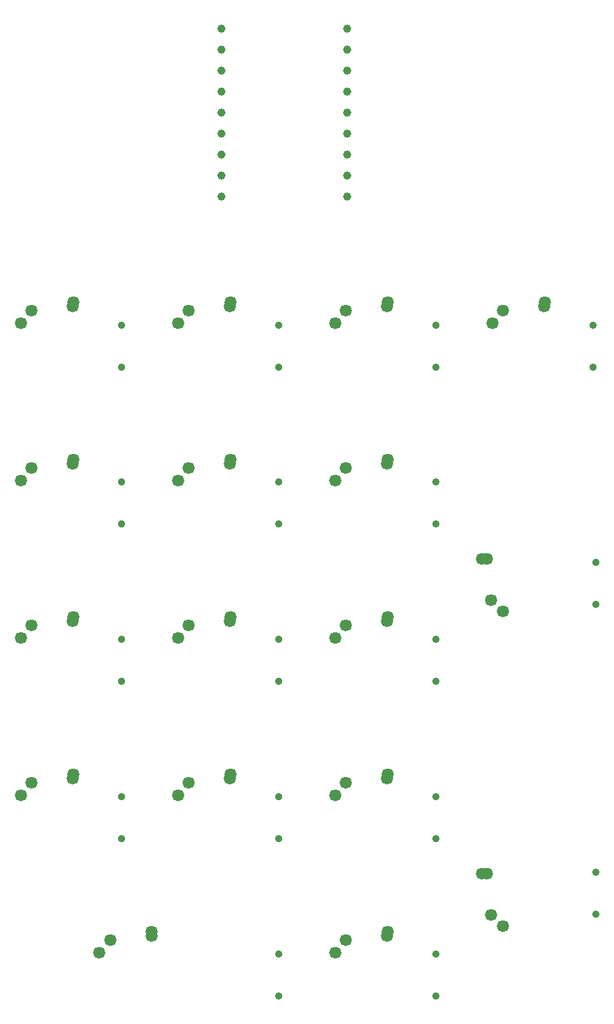
<source format=gbr>
%TF.GenerationSoftware,KiCad,Pcbnew,7.0.1*%
%TF.CreationDate,2023-10-11T20:02:25-04:00*%
%TF.ProjectId,keyboard,6b657962-6f61-4726-942e-6b696361645f,rev?*%
%TF.SameCoordinates,Original*%
%TF.FileFunction,Plated,1,2,PTH,Drill*%
%TF.FilePolarity,Positive*%
%FSLAX46Y46*%
G04 Gerber Fmt 4.6, Leading zero omitted, Abs format (unit mm)*
G04 Created by KiCad (PCBNEW 7.0.1) date 2023-10-11 20:02:25*
%MOMM*%
%LPD*%
G01*
G04 APERTURE LIST*
%TA.AperFunction,ComponentDrill*%
%ADD10C,0.900000*%
%TD*%
%TA.AperFunction,ComponentDrill*%
%ADD11C,1.000000*%
%TD*%
%TA.AperFunction,ComponentDrill*%
%ADD12C,1.470000*%
%TD*%
G04 APERTURE END LIST*
D10*
%TO.C,D_0*%
X279950000Y-141920000D03*
X279950000Y-147000000D03*
%TO.C,D_4*%
X279950000Y-160880000D03*
X279950000Y-165960000D03*
%TO.C,D_8*%
X279950000Y-179930000D03*
X279950000Y-185010000D03*
%TO.C,D_11*%
X279950000Y-198980000D03*
X279950000Y-204060000D03*
%TO.C,D_1*%
X299000000Y-141920000D03*
X299000000Y-147000000D03*
%TO.C,D_5*%
X299000000Y-160880000D03*
X299000000Y-165960000D03*
%TO.C,D_9*%
X299000000Y-179930000D03*
X299000000Y-185010000D03*
%TO.C,D_12*%
X299000000Y-198980000D03*
X299000000Y-204060000D03*
%TO.C,D_15*%
X299000000Y-218030000D03*
X299000000Y-223110000D03*
%TO.C,D_2*%
X318050000Y-141920000D03*
X318050000Y-147000000D03*
%TO.C,D_6*%
X318050000Y-160880000D03*
X318050000Y-165960000D03*
%TO.C,D_10*%
X318050000Y-179930000D03*
X318050000Y-185010000D03*
%TO.C,D_13*%
X318050000Y-198980000D03*
X318050000Y-204060000D03*
%TO.C,D_16*%
X318050000Y-218030000D03*
X318050000Y-223110000D03*
%TO.C,D_3*%
X337100000Y-141925000D03*
X337100000Y-147005000D03*
%TO.C,D_7*%
X337440000Y-170650000D03*
X337440000Y-175730000D03*
%TO.C,D_14*%
X337440000Y-208150000D03*
X337440000Y-213230000D03*
D11*
%TO.C,J3*%
X292000000Y-106000000D03*
X292000000Y-108540000D03*
X292000000Y-111080000D03*
X292000000Y-113620000D03*
X292000000Y-116160000D03*
X292000000Y-118700000D03*
X292000000Y-121240000D03*
X292000000Y-123780000D03*
X292000000Y-126320000D03*
%TO.C,J4*%
X307250000Y-106000000D03*
X307250000Y-108540000D03*
X307250000Y-111080000D03*
X307250000Y-113620000D03*
X307250000Y-116160000D03*
X307250000Y-118700000D03*
X307250000Y-121240000D03*
X307250000Y-123780000D03*
X307250000Y-126320000D03*
D12*
%TO.C,K_0*%
X267700000Y-141640000D03*
%TO.C,K_4*%
X267700000Y-160690000D03*
%TO.C,K_8*%
X267700000Y-179740000D03*
%TO.C,K_11*%
X267700000Y-198790000D03*
%TO.C,K_0*%
X269010000Y-140180000D03*
%TO.C,K_4*%
X269010000Y-159230000D03*
%TO.C,K_8*%
X269010000Y-178280000D03*
%TO.C,K_11*%
X269010000Y-197330000D03*
%TO.C,K_0*%
X274010000Y-139680000D03*
%TO.C,K_4*%
X274010000Y-158730000D03*
%TO.C,K_8*%
X274010000Y-177780000D03*
%TO.C,K_11*%
X274010000Y-196830000D03*
%TO.C,K_0*%
X274050000Y-139100000D03*
%TO.C,K_4*%
X274050000Y-158150000D03*
%TO.C,K_8*%
X274050000Y-177200000D03*
%TO.C,K_11*%
X274050000Y-196250000D03*
%TO.C,K_15*%
X277225000Y-217840000D03*
X278535000Y-216380000D03*
X283535000Y-215880000D03*
X283575000Y-215300000D03*
%TO.C,K_1*%
X286750000Y-141640000D03*
%TO.C,K_5*%
X286750000Y-160690000D03*
%TO.C,K_9*%
X286750000Y-179740000D03*
%TO.C,K_12*%
X286750000Y-198790000D03*
%TO.C,K_1*%
X288060000Y-140180000D03*
%TO.C,K_5*%
X288060000Y-159230000D03*
%TO.C,K_9*%
X288060000Y-178280000D03*
%TO.C,K_12*%
X288060000Y-197330000D03*
%TO.C,K_1*%
X293060000Y-139680000D03*
%TO.C,K_5*%
X293060000Y-158730000D03*
%TO.C,K_9*%
X293060000Y-177780000D03*
%TO.C,K_12*%
X293060000Y-196830000D03*
%TO.C,K_1*%
X293100000Y-139100000D03*
%TO.C,K_5*%
X293100000Y-158150000D03*
%TO.C,K_9*%
X293100000Y-177200000D03*
%TO.C,K_12*%
X293100000Y-196250000D03*
%TO.C,K_2*%
X305800000Y-141640000D03*
%TO.C,K_6*%
X305800000Y-160690000D03*
%TO.C,K_10*%
X305800000Y-179740000D03*
%TO.C,K_13*%
X305800000Y-198790000D03*
%TO.C,K_16*%
X305800000Y-217840000D03*
%TO.C,K_2*%
X307110000Y-140180000D03*
%TO.C,K_6*%
X307110000Y-159230000D03*
%TO.C,K_10*%
X307110000Y-178280000D03*
%TO.C,K_13*%
X307110000Y-197330000D03*
%TO.C,K_16*%
X307110000Y-216380000D03*
%TO.C,K_2*%
X312110000Y-139680000D03*
%TO.C,K_6*%
X312110000Y-158730000D03*
%TO.C,K_10*%
X312110000Y-177780000D03*
%TO.C,K_13*%
X312110000Y-196830000D03*
%TO.C,K_16*%
X312110000Y-215880000D03*
%TO.C,K_2*%
X312150000Y-139100000D03*
%TO.C,K_6*%
X312150000Y-158150000D03*
%TO.C,K_10*%
X312150000Y-177200000D03*
%TO.C,K_13*%
X312150000Y-196250000D03*
%TO.C,K_16*%
X312150000Y-215300000D03*
%TO.C,K_7*%
X323605000Y-170198000D03*
%TO.C,K_14*%
X323605000Y-208298000D03*
%TO.C,K_7*%
X324185000Y-170238000D03*
%TO.C,K_14*%
X324185000Y-208338000D03*
%TO.C,K_7*%
X324685000Y-175238000D03*
%TO.C,K_14*%
X324685000Y-213338000D03*
%TO.C,K_3*%
X324850000Y-141640000D03*
%TO.C,K_7*%
X326145000Y-176548000D03*
%TO.C,K_14*%
X326145000Y-214648000D03*
%TO.C,K_3*%
X326160000Y-140180000D03*
X331160000Y-139680000D03*
X331200000Y-139100000D03*
M02*

</source>
